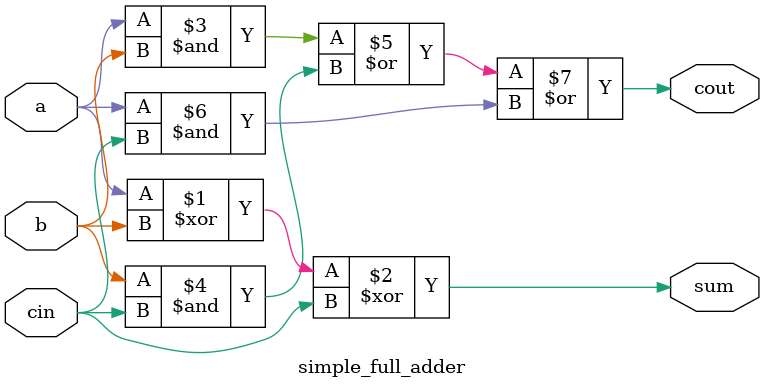
<source format=v>
module simple_full_adder (
  input a,
  input b,
  input cin,
  output sum,
  output cout
);

  assign sum = (a ^ b) ^ cin;
  assign cout = (a & b) | (b & cin) | (a & cin);

endmodule

</source>
